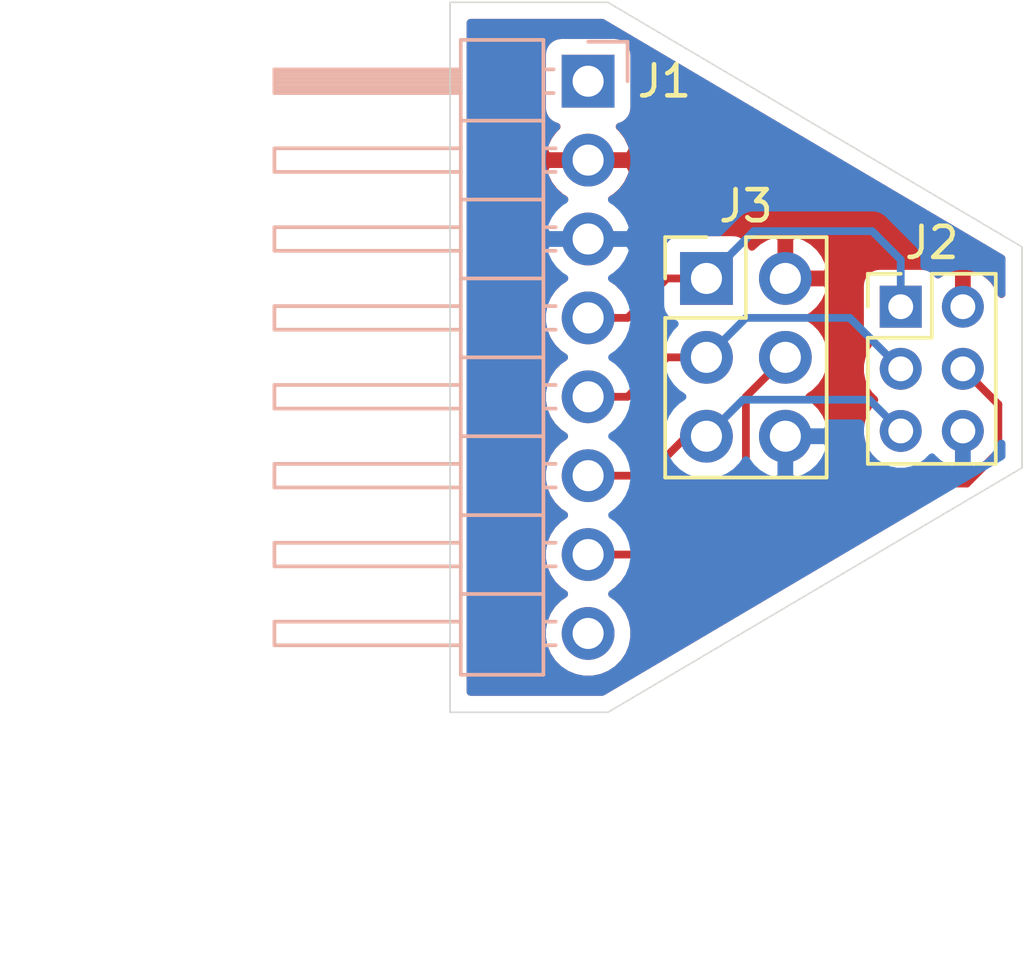
<source format=kicad_pcb>
(kicad_pcb (version 20171130) (host pcbnew "(5.1.6-0-10_14)")

  (general
    (thickness 1.6)
    (drawings 9)
    (tracks 32)
    (zones 0)
    (modules 3)
    (nets 9)
  )

  (page A4)
  (layers
    (0 F.Cu signal)
    (31 B.Cu signal)
    (32 B.Adhes user)
    (33 F.Adhes user)
    (34 B.Paste user)
    (35 F.Paste user)
    (36 B.SilkS user)
    (37 F.SilkS user)
    (38 B.Mask user)
    (39 F.Mask user)
    (40 Dwgs.User user)
    (41 Cmts.User user hide)
    (42 Eco1.User user hide)
    (43 Eco2.User user hide)
    (44 Edge.Cuts user)
    (45 Margin user hide)
    (46 B.CrtYd user hide)
    (47 F.CrtYd user hide)
    (48 B.Fab user hide)
    (49 F.Fab user hide)
  )

  (setup
    (last_trace_width 0.25)
    (trace_clearance 0.2)
    (zone_clearance 0.508)
    (zone_45_only no)
    (trace_min 0.2)
    (via_size 0.8)
    (via_drill 0.4)
    (via_min_size 0.4)
    (via_min_drill 0.3)
    (uvia_size 0.3)
    (uvia_drill 0.1)
    (uvias_allowed no)
    (uvia_min_size 0.2)
    (uvia_min_drill 0.1)
    (edge_width 0.05)
    (segment_width 0.2)
    (pcb_text_width 0.3)
    (pcb_text_size 1.5 1.5)
    (mod_edge_width 0.12)
    (mod_text_size 1 1)
    (mod_text_width 0.15)
    (pad_size 1.524 1.524)
    (pad_drill 0.762)
    (pad_to_mask_clearance 0.051)
    (solder_mask_min_width 0.25)
    (aux_axis_origin 0 0)
    (visible_elements FFFFFF7F)
    (pcbplotparams
      (layerselection 0x010fc_ffffffff)
      (usegerberextensions false)
      (usegerberattributes false)
      (usegerberadvancedattributes false)
      (creategerberjobfile false)
      (excludeedgelayer true)
      (linewidth 0.100000)
      (plotframeref false)
      (viasonmask false)
      (mode 1)
      (useauxorigin false)
      (hpglpennumber 1)
      (hpglpenspeed 20)
      (hpglpendiameter 15.000000)
      (psnegative false)
      (psa4output false)
      (plotreference true)
      (plotvalue true)
      (plotinvisibletext false)
      (padsonsilk false)
      (subtractmaskfromsilk false)
      (outputformat 1)
      (mirror false)
      (drillshape 0)
      (scaleselection 1)
      (outputdirectory "Gerbers/"))
  )

  (net 0 "")
  (net 1 "Net-(J1-Pad8)")
  (net 2 "Net-(J1-Pad7)")
  (net 3 "Net-(J1-Pad6)")
  (net 4 "Net-(J1-Pad5)")
  (net 5 "Net-(J1-Pad4)")
  (net 6 GND)
  (net 7 VCC)
  (net 8 "Net-(J1-Pad1)")

  (net_class Default "This is the default net class."
    (clearance 0.2)
    (trace_width 0.25)
    (via_dia 0.8)
    (via_drill 0.4)
    (uvia_dia 0.3)
    (uvia_drill 0.1)
    (add_net GND)
    (add_net "Net-(J1-Pad1)")
    (add_net "Net-(J1-Pad4)")
    (add_net "Net-(J1-Pad5)")
    (add_net "Net-(J1-Pad6)")
    (add_net "Net-(J1-Pad7)")
    (add_net "Net-(J1-Pad8)")
    (add_net VCC)
  )

  (module Pin_Headers:Pin_Header_Straight_2x03_Pitch2.54mm (layer F.Cu) (tedit 59650532) (tstamp 5EBDAB7F)
    (at 83.82 85.09)
    (descr "Through hole straight pin header, 2x03, 2.54mm pitch, double rows")
    (tags "Through hole pin header THT 2x03 2.54mm double row")
    (path /5EBDC670)
    (fp_text reference J3 (at 1.27 -2.33) (layer F.SilkS)
      (effects (font (size 1 1) (thickness 0.15)))
    )
    (fp_text value AVR-ISP-6 (at 1.27 7.41) (layer F.Fab)
      (effects (font (size 1 1) (thickness 0.15)))
    )
    (fp_line (start 4.35 -1.8) (end -1.8 -1.8) (layer F.CrtYd) (width 0.05))
    (fp_line (start 4.35 6.85) (end 4.35 -1.8) (layer F.CrtYd) (width 0.05))
    (fp_line (start -1.8 6.85) (end 4.35 6.85) (layer F.CrtYd) (width 0.05))
    (fp_line (start -1.8 -1.8) (end -1.8 6.85) (layer F.CrtYd) (width 0.05))
    (fp_line (start -1.33 -1.33) (end 0 -1.33) (layer F.SilkS) (width 0.12))
    (fp_line (start -1.33 0) (end -1.33 -1.33) (layer F.SilkS) (width 0.12))
    (fp_line (start 1.27 -1.33) (end 3.87 -1.33) (layer F.SilkS) (width 0.12))
    (fp_line (start 1.27 1.27) (end 1.27 -1.33) (layer F.SilkS) (width 0.12))
    (fp_line (start -1.33 1.27) (end 1.27 1.27) (layer F.SilkS) (width 0.12))
    (fp_line (start 3.87 -1.33) (end 3.87 6.41) (layer F.SilkS) (width 0.12))
    (fp_line (start -1.33 1.27) (end -1.33 6.41) (layer F.SilkS) (width 0.12))
    (fp_line (start -1.33 6.41) (end 3.87 6.41) (layer F.SilkS) (width 0.12))
    (fp_line (start -1.27 0) (end 0 -1.27) (layer F.Fab) (width 0.1))
    (fp_line (start -1.27 6.35) (end -1.27 0) (layer F.Fab) (width 0.1))
    (fp_line (start 3.81 6.35) (end -1.27 6.35) (layer F.Fab) (width 0.1))
    (fp_line (start 3.81 -1.27) (end 3.81 6.35) (layer F.Fab) (width 0.1))
    (fp_line (start 0 -1.27) (end 3.81 -1.27) (layer F.Fab) (width 0.1))
    (fp_text user %R (at 1.27 2.54 90) (layer F.Fab)
      (effects (font (size 1 1) (thickness 0.15)))
    )
    (pad 1 thru_hole rect (at 0 0) (size 1.7 1.7) (drill 1) (layers *.Cu *.Mask)
      (net 5 "Net-(J1-Pad4)"))
    (pad 2 thru_hole oval (at 2.54 0) (size 1.7 1.7) (drill 1) (layers *.Cu *.Mask)
      (net 7 VCC))
    (pad 3 thru_hole oval (at 0 2.54) (size 1.7 1.7) (drill 1) (layers *.Cu *.Mask)
      (net 4 "Net-(J1-Pad5)"))
    (pad 4 thru_hole oval (at 2.54 2.54) (size 1.7 1.7) (drill 1) (layers *.Cu *.Mask)
      (net 2 "Net-(J1-Pad7)"))
    (pad 5 thru_hole oval (at 0 5.08) (size 1.7 1.7) (drill 1) (layers *.Cu *.Mask)
      (net 3 "Net-(J1-Pad6)"))
    (pad 6 thru_hole oval (at 2.54 5.08) (size 1.7 1.7) (drill 1) (layers *.Cu *.Mask)
      (net 6 GND))
    (model ${KISYS3DMOD}/Pin_Headers.3dshapes/Pin_Header_Straight_2x03_Pitch2.54mm.wrl
      (at (xyz 0 0 0))
      (scale (xyz 1 1 1))
      (rotate (xyz 0 0 0))
    )
  )

  (module Pin_Headers:Pin_Header_Straight_2x03_Pitch2.00mm (layer F.Cu) (tedit 59650534) (tstamp 5EE2804A)
    (at 90.075 86)
    (descr "Through hole straight pin header, 2x03, 2.00mm pitch, double rows")
    (tags "Through hole pin header THT 2x03 2.00mm double row")
    (path /5EBDAA9D)
    (fp_text reference J2 (at 1 -2.06) (layer F.SilkS)
      (effects (font (size 1 1) (thickness 0.15)))
    )
    (fp_text value AVR-ISP-6 (at 1 6.06) (layer F.Fab)
      (effects (font (size 1 1) (thickness 0.15)))
    )
    (fp_line (start 3.5 -1.5) (end -1.5 -1.5) (layer F.CrtYd) (width 0.05))
    (fp_line (start 3.5 5.5) (end 3.5 -1.5) (layer F.CrtYd) (width 0.05))
    (fp_line (start -1.5 5.5) (end 3.5 5.5) (layer F.CrtYd) (width 0.05))
    (fp_line (start -1.5 -1.5) (end -1.5 5.5) (layer F.CrtYd) (width 0.05))
    (fp_line (start -1.06 -1.06) (end 0 -1.06) (layer F.SilkS) (width 0.12))
    (fp_line (start -1.06 0) (end -1.06 -1.06) (layer F.SilkS) (width 0.12))
    (fp_line (start 1 -1.06) (end 3.06 -1.06) (layer F.SilkS) (width 0.12))
    (fp_line (start 1 1) (end 1 -1.06) (layer F.SilkS) (width 0.12))
    (fp_line (start -1.06 1) (end 1 1) (layer F.SilkS) (width 0.12))
    (fp_line (start 3.06 -1.06) (end 3.06 5.06) (layer F.SilkS) (width 0.12))
    (fp_line (start -1.06 1) (end -1.06 5.06) (layer F.SilkS) (width 0.12))
    (fp_line (start -1.06 5.06) (end 3.06 5.06) (layer F.SilkS) (width 0.12))
    (fp_line (start -1 0) (end 0 -1) (layer F.Fab) (width 0.1))
    (fp_line (start -1 5) (end -1 0) (layer F.Fab) (width 0.1))
    (fp_line (start 3 5) (end -1 5) (layer F.Fab) (width 0.1))
    (fp_line (start 3 -1) (end 3 5) (layer F.Fab) (width 0.1))
    (fp_line (start 0 -1) (end 3 -1) (layer F.Fab) (width 0.1))
    (fp_text user %R (at 1 2 90) (layer F.Fab)
      (effects (font (size 1 1) (thickness 0.15)))
    )
    (pad 1 thru_hole rect (at 0 0) (size 1.35 1.35) (drill 0.8) (layers *.Cu *.Mask)
      (net 5 "Net-(J1-Pad4)"))
    (pad 2 thru_hole oval (at 2 0) (size 1.35 1.35) (drill 0.8) (layers *.Cu *.Mask)
      (net 7 VCC))
    (pad 3 thru_hole oval (at 0 2) (size 1.35 1.35) (drill 0.8) (layers *.Cu *.Mask)
      (net 4 "Net-(J1-Pad5)"))
    (pad 4 thru_hole oval (at 2 2) (size 1.35 1.35) (drill 0.8) (layers *.Cu *.Mask)
      (net 2 "Net-(J1-Pad7)"))
    (pad 5 thru_hole oval (at 0 4) (size 1.35 1.35) (drill 0.8) (layers *.Cu *.Mask)
      (net 3 "Net-(J1-Pad6)"))
    (pad 6 thru_hole oval (at 2 4) (size 1.35 1.35) (drill 0.8) (layers *.Cu *.Mask)
      (net 6 GND))
    (model ${KISYS3DMOD}/Pin_Headers.3dshapes/Pin_Header_Straight_2x03_Pitch2.00mm.wrl
      (at (xyz 0 0 0))
      (scale (xyz 1 1 1))
      (rotate (xyz 0 0 0))
    )
  )

  (module Pin_Headers:Pin_Header_Angled_1x08_Pitch2.54mm (layer B.Cu) (tedit 59650532) (tstamp 5EE26EFC)
    (at 80.01 78.74 180)
    (descr "Through hole angled pin header, 1x08, 2.54mm pitch, 6mm pin length, single row")
    (tags "Through hole angled pin header THT 1x08 2.54mm single row")
    (path /5EBE0BA3)
    (fp_text reference J1 (at -2.455 0) (layer F.SilkS)
      (effects (font (size 1 1) (thickness 0.15)))
    )
    (fp_text value Conn_01x08_Male (at 4.385 -20.05) (layer B.Fab)
      (effects (font (size 1 1) (thickness 0.15)) (justify mirror))
    )
    (fp_line (start 10.55 1.8) (end -1.8 1.8) (layer B.CrtYd) (width 0.05))
    (fp_line (start 10.55 -19.55) (end 10.55 1.8) (layer B.CrtYd) (width 0.05))
    (fp_line (start -1.8 -19.55) (end 10.55 -19.55) (layer B.CrtYd) (width 0.05))
    (fp_line (start -1.8 1.8) (end -1.8 -19.55) (layer B.CrtYd) (width 0.05))
    (fp_line (start -1.27 1.27) (end 0 1.27) (layer B.SilkS) (width 0.12))
    (fp_line (start -1.27 0) (end -1.27 1.27) (layer B.SilkS) (width 0.12))
    (fp_line (start 1.042929 -18.16) (end 1.44 -18.16) (layer B.SilkS) (width 0.12))
    (fp_line (start 1.042929 -17.4) (end 1.44 -17.4) (layer B.SilkS) (width 0.12))
    (fp_line (start 10.1 -18.16) (end 4.1 -18.16) (layer B.SilkS) (width 0.12))
    (fp_line (start 10.1 -17.4) (end 10.1 -18.16) (layer B.SilkS) (width 0.12))
    (fp_line (start 4.1 -17.4) (end 10.1 -17.4) (layer B.SilkS) (width 0.12))
    (fp_line (start 1.44 -16.51) (end 4.1 -16.51) (layer B.SilkS) (width 0.12))
    (fp_line (start 1.042929 -15.62) (end 1.44 -15.62) (layer B.SilkS) (width 0.12))
    (fp_line (start 1.042929 -14.86) (end 1.44 -14.86) (layer B.SilkS) (width 0.12))
    (fp_line (start 10.1 -15.62) (end 4.1 -15.62) (layer B.SilkS) (width 0.12))
    (fp_line (start 10.1 -14.86) (end 10.1 -15.62) (layer B.SilkS) (width 0.12))
    (fp_line (start 4.1 -14.86) (end 10.1 -14.86) (layer B.SilkS) (width 0.12))
    (fp_line (start 1.44 -13.97) (end 4.1 -13.97) (layer B.SilkS) (width 0.12))
    (fp_line (start 1.042929 -13.08) (end 1.44 -13.08) (layer B.SilkS) (width 0.12))
    (fp_line (start 1.042929 -12.32) (end 1.44 -12.32) (layer B.SilkS) (width 0.12))
    (fp_line (start 10.1 -13.08) (end 4.1 -13.08) (layer B.SilkS) (width 0.12))
    (fp_line (start 10.1 -12.32) (end 10.1 -13.08) (layer B.SilkS) (width 0.12))
    (fp_line (start 4.1 -12.32) (end 10.1 -12.32) (layer B.SilkS) (width 0.12))
    (fp_line (start 1.44 -11.43) (end 4.1 -11.43) (layer B.SilkS) (width 0.12))
    (fp_line (start 1.042929 -10.54) (end 1.44 -10.54) (layer B.SilkS) (width 0.12))
    (fp_line (start 1.042929 -9.78) (end 1.44 -9.78) (layer B.SilkS) (width 0.12))
    (fp_line (start 10.1 -10.54) (end 4.1 -10.54) (layer B.SilkS) (width 0.12))
    (fp_line (start 10.1 -9.78) (end 10.1 -10.54) (layer B.SilkS) (width 0.12))
    (fp_line (start 4.1 -9.78) (end 10.1 -9.78) (layer B.SilkS) (width 0.12))
    (fp_line (start 1.44 -8.89) (end 4.1 -8.89) (layer B.SilkS) (width 0.12))
    (fp_line (start 1.042929 -8) (end 1.44 -8) (layer B.SilkS) (width 0.12))
    (fp_line (start 1.042929 -7.24) (end 1.44 -7.24) (layer B.SilkS) (width 0.12))
    (fp_line (start 10.1 -8) (end 4.1 -8) (layer B.SilkS) (width 0.12))
    (fp_line (start 10.1 -7.24) (end 10.1 -8) (layer B.SilkS) (width 0.12))
    (fp_line (start 4.1 -7.24) (end 10.1 -7.24) (layer B.SilkS) (width 0.12))
    (fp_line (start 1.44 -6.35) (end 4.1 -6.35) (layer B.SilkS) (width 0.12))
    (fp_line (start 1.042929 -5.46) (end 1.44 -5.46) (layer B.SilkS) (width 0.12))
    (fp_line (start 1.042929 -4.7) (end 1.44 -4.7) (layer B.SilkS) (width 0.12))
    (fp_line (start 10.1 -5.46) (end 4.1 -5.46) (layer B.SilkS) (width 0.12))
    (fp_line (start 10.1 -4.7) (end 10.1 -5.46) (layer B.SilkS) (width 0.12))
    (fp_line (start 4.1 -4.7) (end 10.1 -4.7) (layer B.SilkS) (width 0.12))
    (fp_line (start 1.44 -3.81) (end 4.1 -3.81) (layer B.SilkS) (width 0.12))
    (fp_line (start 1.042929 -2.92) (end 1.44 -2.92) (layer B.SilkS) (width 0.12))
    (fp_line (start 1.042929 -2.16) (end 1.44 -2.16) (layer B.SilkS) (width 0.12))
    (fp_line (start 10.1 -2.92) (end 4.1 -2.92) (layer B.SilkS) (width 0.12))
    (fp_line (start 10.1 -2.16) (end 10.1 -2.92) (layer B.SilkS) (width 0.12))
    (fp_line (start 4.1 -2.16) (end 10.1 -2.16) (layer B.SilkS) (width 0.12))
    (fp_line (start 1.44 -1.27) (end 4.1 -1.27) (layer B.SilkS) (width 0.12))
    (fp_line (start 1.11 -0.38) (end 1.44 -0.38) (layer B.SilkS) (width 0.12))
    (fp_line (start 1.11 0.38) (end 1.44 0.38) (layer B.SilkS) (width 0.12))
    (fp_line (start 4.1 -0.28) (end 10.1 -0.28) (layer B.SilkS) (width 0.12))
    (fp_line (start 4.1 -0.16) (end 10.1 -0.16) (layer B.SilkS) (width 0.12))
    (fp_line (start 4.1 -0.04) (end 10.1 -0.04) (layer B.SilkS) (width 0.12))
    (fp_line (start 4.1 0.08) (end 10.1 0.08) (layer B.SilkS) (width 0.12))
    (fp_line (start 4.1 0.2) (end 10.1 0.2) (layer B.SilkS) (width 0.12))
    (fp_line (start 4.1 0.32) (end 10.1 0.32) (layer B.SilkS) (width 0.12))
    (fp_line (start 10.1 -0.38) (end 4.1 -0.38) (layer B.SilkS) (width 0.12))
    (fp_line (start 10.1 0.38) (end 10.1 -0.38) (layer B.SilkS) (width 0.12))
    (fp_line (start 4.1 0.38) (end 10.1 0.38) (layer B.SilkS) (width 0.12))
    (fp_line (start 4.1 1.33) (end 1.44 1.33) (layer B.SilkS) (width 0.12))
    (fp_line (start 4.1 -19.11) (end 4.1 1.33) (layer B.SilkS) (width 0.12))
    (fp_line (start 1.44 -19.11) (end 4.1 -19.11) (layer B.SilkS) (width 0.12))
    (fp_line (start 1.44 1.33) (end 1.44 -19.11) (layer B.SilkS) (width 0.12))
    (fp_line (start 4.04 -18.1) (end 10.04 -18.1) (layer B.Fab) (width 0.1))
    (fp_line (start 10.04 -17.46) (end 10.04 -18.1) (layer B.Fab) (width 0.1))
    (fp_line (start 4.04 -17.46) (end 10.04 -17.46) (layer B.Fab) (width 0.1))
    (fp_line (start -0.32 -18.1) (end 1.5 -18.1) (layer B.Fab) (width 0.1))
    (fp_line (start -0.32 -17.46) (end -0.32 -18.1) (layer B.Fab) (width 0.1))
    (fp_line (start -0.32 -17.46) (end 1.5 -17.46) (layer B.Fab) (width 0.1))
    (fp_line (start 4.04 -15.56) (end 10.04 -15.56) (layer B.Fab) (width 0.1))
    (fp_line (start 10.04 -14.92) (end 10.04 -15.56) (layer B.Fab) (width 0.1))
    (fp_line (start 4.04 -14.92) (end 10.04 -14.92) (layer B.Fab) (width 0.1))
    (fp_line (start -0.32 -15.56) (end 1.5 -15.56) (layer B.Fab) (width 0.1))
    (fp_line (start -0.32 -14.92) (end -0.32 -15.56) (layer B.Fab) (width 0.1))
    (fp_line (start -0.32 -14.92) (end 1.5 -14.92) (layer B.Fab) (width 0.1))
    (fp_line (start 4.04 -13.02) (end 10.04 -13.02) (layer B.Fab) (width 0.1))
    (fp_line (start 10.04 -12.38) (end 10.04 -13.02) (layer B.Fab) (width 0.1))
    (fp_line (start 4.04 -12.38) (end 10.04 -12.38) (layer B.Fab) (width 0.1))
    (fp_line (start -0.32 -13.02) (end 1.5 -13.02) (layer B.Fab) (width 0.1))
    (fp_line (start -0.32 -12.38) (end -0.32 -13.02) (layer B.Fab) (width 0.1))
    (fp_line (start -0.32 -12.38) (end 1.5 -12.38) (layer B.Fab) (width 0.1))
    (fp_line (start 4.04 -10.48) (end 10.04 -10.48) (layer B.Fab) (width 0.1))
    (fp_line (start 10.04 -9.84) (end 10.04 -10.48) (layer B.Fab) (width 0.1))
    (fp_line (start 4.04 -9.84) (end 10.04 -9.84) (layer B.Fab) (width 0.1))
    (fp_line (start -0.32 -10.48) (end 1.5 -10.48) (layer B.Fab) (width 0.1))
    (fp_line (start -0.32 -9.84) (end -0.32 -10.48) (layer B.Fab) (width 0.1))
    (fp_line (start -0.32 -9.84) (end 1.5 -9.84) (layer B.Fab) (width 0.1))
    (fp_line (start 4.04 -7.94) (end 10.04 -7.94) (layer B.Fab) (width 0.1))
    (fp_line (start 10.04 -7.3) (end 10.04 -7.94) (layer B.Fab) (width 0.1))
    (fp_line (start 4.04 -7.3) (end 10.04 -7.3) (layer B.Fab) (width 0.1))
    (fp_line (start -0.32 -7.94) (end 1.5 -7.94) (layer B.Fab) (width 0.1))
    (fp_line (start -0.32 -7.3) (end -0.32 -7.94) (layer B.Fab) (width 0.1))
    (fp_line (start -0.32 -7.3) (end 1.5 -7.3) (layer B.Fab) (width 0.1))
    (fp_line (start 4.04 -5.4) (end 10.04 -5.4) (layer B.Fab) (width 0.1))
    (fp_line (start 10.04 -4.76) (end 10.04 -5.4) (layer B.Fab) (width 0.1))
    (fp_line (start 4.04 -4.76) (end 10.04 -4.76) (layer B.Fab) (width 0.1))
    (fp_line (start -0.32 -5.4) (end 1.5 -5.4) (layer B.Fab) (width 0.1))
    (fp_line (start -0.32 -4.76) (end -0.32 -5.4) (layer B.Fab) (width 0.1))
    (fp_line (start -0.32 -4.76) (end 1.5 -4.76) (layer B.Fab) (width 0.1))
    (fp_line (start 4.04 -2.86) (end 10.04 -2.86) (layer B.Fab) (width 0.1))
    (fp_line (start 10.04 -2.22) (end 10.04 -2.86) (layer B.Fab) (width 0.1))
    (fp_line (start 4.04 -2.22) (end 10.04 -2.22) (layer B.Fab) (width 0.1))
    (fp_line (start -0.32 -2.86) (end 1.5 -2.86) (layer B.Fab) (width 0.1))
    (fp_line (start -0.32 -2.22) (end -0.32 -2.86) (layer B.Fab) (width 0.1))
    (fp_line (start -0.32 -2.22) (end 1.5 -2.22) (layer B.Fab) (width 0.1))
    (fp_line (start 4.04 -0.32) (end 10.04 -0.32) (layer B.Fab) (width 0.1))
    (fp_line (start 10.04 0.32) (end 10.04 -0.32) (layer B.Fab) (width 0.1))
    (fp_line (start 4.04 0.32) (end 10.04 0.32) (layer B.Fab) (width 0.1))
    (fp_line (start -0.32 -0.32) (end 1.5 -0.32) (layer B.Fab) (width 0.1))
    (fp_line (start -0.32 0.32) (end -0.32 -0.32) (layer B.Fab) (width 0.1))
    (fp_line (start -0.32 0.32) (end 1.5 0.32) (layer B.Fab) (width 0.1))
    (fp_line (start 1.5 0.635) (end 2.135 1.27) (layer B.Fab) (width 0.1))
    (fp_line (start 1.5 -19.05) (end 1.5 0.635) (layer B.Fab) (width 0.1))
    (fp_line (start 4.04 -19.05) (end 1.5 -19.05) (layer B.Fab) (width 0.1))
    (fp_line (start 4.04 1.27) (end 4.04 -19.05) (layer B.Fab) (width 0.1))
    (fp_line (start 2.135 1.27) (end 4.04 1.27) (layer B.Fab) (width 0.1))
    (fp_text user %R (at 2.77 -8.89 -90) (layer B.Fab)
      (effects (font (size 1 1) (thickness 0.15)) (justify mirror))
    )
    (pad 1 thru_hole rect (at 0 0 180) (size 1.7 1.7) (drill 1) (layers *.Cu *.Mask)
      (net 8 "Net-(J1-Pad1)"))
    (pad 2 thru_hole oval (at 0 -2.54 180) (size 1.7 1.7) (drill 1) (layers *.Cu *.Mask)
      (net 7 VCC))
    (pad 3 thru_hole oval (at 0 -5.08 180) (size 1.7 1.7) (drill 1) (layers *.Cu *.Mask)
      (net 6 GND))
    (pad 4 thru_hole oval (at 0 -7.62 180) (size 1.7 1.7) (drill 1) (layers *.Cu *.Mask)
      (net 5 "Net-(J1-Pad4)"))
    (pad 5 thru_hole oval (at 0 -10.16 180) (size 1.7 1.7) (drill 1) (layers *.Cu *.Mask)
      (net 4 "Net-(J1-Pad5)"))
    (pad 6 thru_hole oval (at 0 -12.7 180) (size 1.7 1.7) (drill 1) (layers *.Cu *.Mask)
      (net 3 "Net-(J1-Pad6)"))
    (pad 7 thru_hole oval (at 0 -15.24 180) (size 1.7 1.7) (drill 1) (layers *.Cu *.Mask)
      (net 2 "Net-(J1-Pad7)"))
    (pad 8 thru_hole oval (at 0 -17.78 180) (size 1.7 1.7) (drill 1) (layers *.Cu *.Mask)
      (net 1 "Net-(J1-Pad8)"))
    (model ${KISYS3DMOD}/Pin_Headers.3dshapes/Pin_Header_Angled_1x08_Pitch2.54mm.wrl
      (at (xyz 0 0 0))
      (scale (xyz 1 1 1))
      (rotate (xyz 0 0 0))
    )
  )

  (dimension 22.86 (width 0.15) (layer Dwgs.User)
    (gr_text "22.860 mm" (at 64.74 87.63 270) (layer Dwgs.User)
      (effects (font (size 1 1) (thickness 0.15)))
    )
    (feature1 (pts (xy 72.39 99.06) (xy 65.453579 99.06)))
    (feature2 (pts (xy 72.39 76.2) (xy 65.453579 76.2)))
    (crossbar (pts (xy 66.04 76.2) (xy 66.04 99.06)))
    (arrow1a (pts (xy 66.04 99.06) (xy 65.453579 97.933496)))
    (arrow1b (pts (xy 66.04 99.06) (xy 66.626421 97.933496)))
    (arrow2a (pts (xy 66.04 76.2) (xy 65.453579 77.326504)))
    (arrow2b (pts (xy 66.04 76.2) (xy 66.626421 77.326504)))
  )
  (dimension 5.08 (width 0.15) (layer Dwgs.User)
    (gr_text "5.080 mm" (at 78.105 107.98) (layer Dwgs.User)
      (effects (font (size 1 1) (thickness 0.15)))
    )
    (feature1 (pts (xy 75.565 99.06) (xy 75.565 107.266421)))
    (feature2 (pts (xy 80.645 99.06) (xy 80.645 107.266421)))
    (crossbar (pts (xy 80.645 106.68) (xy 75.565 106.68)))
    (arrow1a (pts (xy 75.565 106.68) (xy 76.691504 106.093579)))
    (arrow1b (pts (xy 75.565 106.68) (xy 76.691504 107.266421)))
    (arrow2a (pts (xy 80.645 106.68) (xy 79.518496 106.093579)))
    (arrow2b (pts (xy 80.645 106.68) (xy 79.518496 107.266421)))
  )
  (dimension 18.416752 (width 0.15) (layer Dwgs.User)
    (gr_text "18.417 mm" (at 84.588173 104.930728 -0.7902365024) (layer Dwgs.User)
      (effects (font (size 1 1) (thickness 0.15)))
    )
    (feature1 (pts (xy 75.565 91.44) (xy 75.390514 104.090217)))
    (feature2 (pts (xy 93.98 91.694) (xy 93.805514 104.344217)))
    (crossbar (pts (xy 93.813602 103.757852) (xy 75.398602 103.503852)))
    (arrow1a (pts (xy 75.398602 103.503852) (xy 76.533086 102.933024)))
    (arrow1b (pts (xy 75.398602 103.503852) (xy 76.516911 104.105753)))
    (arrow2a (pts (xy 93.813602 103.757852) (xy 92.695293 103.155951)))
    (arrow2b (pts (xy 93.813602 103.757852) (xy 92.679118 104.32868)))
  )
  (gr_line (start 93.98 91.186) (end 93.98 84.074) (layer Edge.Cuts) (width 0.05) (tstamp 5EE262BA))
  (gr_line (start 80.645 99.06) (end 93.98 91.186) (layer Edge.Cuts) (width 0.05))
  (gr_line (start 75.565 99.06) (end 80.645 99.06) (layer Edge.Cuts) (width 0.05))
  (gr_line (start 75.565 76.2) (end 80.645 76.2) (layer Edge.Cuts) (width 0.05) (tstamp 5EE262B9))
  (gr_line (start 75.565 99.06) (end 75.565 76.2) (layer Edge.Cuts) (width 0.05) (tstamp 5EBDBEF5))
  (gr_line (start 80.645 76.2) (end 93.98 84.074) (layer Edge.Cuts) (width 0.05))

  (segment (start 80.01 93.98) (end 83.82 93.98) (width 0.25) (layer F.Cu) (net 2))
  (segment (start 83.82 93.98) (end 85.09 92.71) (width 0.25) (layer F.Cu) (net 2))
  (segment (start 85.09 88.9) (end 86.36 87.63) (width 0.25) (layer F.Cu) (net 2))
  (segment (start 85.344 91.694) (end 85.09 91.44) (width 0.25) (layer F.Cu) (net 2))
  (segment (start 85.09 91.44) (end 85.09 88.9) (width 0.25) (layer F.Cu) (net 2))
  (segment (start 85.09 91.948) (end 85.344 91.694) (width 0.25) (layer F.Cu) (net 2))
  (segment (start 85.09 92.456) (end 85.09 91.948) (width 0.25) (layer F.Cu) (net 2))
  (segment (start 85.09 92.71) (end 85.09 92.456) (width 0.25) (layer F.Cu) (net 2))
  (segment (start 85.09 92.456) (end 85.09 91.44) (width 0.25) (layer F.Cu) (net 2))
  (segment (start 93.218 89.143) (end 92.075 88) (width 0.25) (layer F.Cu) (net 2))
  (segment (start 93.218 90.678) (end 93.218 89.143) (width 0.25) (layer F.Cu) (net 2))
  (segment (start 92.202 91.694) (end 93.218 90.678) (width 0.25) (layer F.Cu) (net 2))
  (segment (start 85.344 91.694) (end 92.202 91.694) (width 0.25) (layer F.Cu) (net 2))
  (segment (start 80.01 91.44) (end 81.915 91.44) (width 0.25) (layer F.Cu) (net 3))
  (segment (start 81.915 91.44) (end 83.185 90.17) (width 0.25) (layer F.Cu) (net 3))
  (segment (start 83.185 90.17) (end 83.82 90.17) (width 0.25) (layer F.Cu) (net 3))
  (segment (start 89.069999 88.994999) (end 84.995001 88.994999) (width 0.25) (layer B.Cu) (net 3))
  (segment (start 84.995001 88.994999) (end 83.82 90.17) (width 0.25) (layer B.Cu) (net 3))
  (segment (start 90.075 90) (end 89.069999 88.994999) (width 0.25) (layer B.Cu) (net 3))
  (segment (start 82.55 87.63) (end 83.82 87.63) (width 0.25) (layer F.Cu) (net 4))
  (segment (start 81.28 88.9) (end 82.55 87.63) (width 0.25) (layer F.Cu) (net 4))
  (segment (start 80.01 88.9) (end 81.28 88.9) (width 0.25) (layer F.Cu) (net 4))
  (segment (start 90.075 88) (end 88.435 86.36) (width 0.25) (layer B.Cu) (net 4))
  (segment (start 85.09 86.36) (end 83.82 87.63) (width 0.25) (layer B.Cu) (net 4))
  (segment (start 88.435 86.36) (end 85.09 86.36) (width 0.25) (layer B.Cu) (net 4))
  (segment (start 80.01 86.36) (end 81.28 86.36) (width 0.25) (layer F.Cu) (net 5))
  (segment (start 82.55 85.09) (end 83.82 85.09) (width 0.25) (layer F.Cu) (net 5))
  (segment (start 81.28 86.36) (end 82.55 85.09) (width 0.25) (layer F.Cu) (net 5))
  (segment (start 90.075 84.487) (end 90.075 86) (width 0.25) (layer B.Cu) (net 5))
  (segment (start 89.154 83.566) (end 90.075 84.487) (width 0.25) (layer B.Cu) (net 5))
  (segment (start 85.344 83.566) (end 89.154 83.566) (width 0.25) (layer B.Cu) (net 5))
  (segment (start 83.82 85.09) (end 85.344 83.566) (width 0.25) (layer B.Cu) (net 5))

  (zone (net 7) (net_name VCC) (layer F.Cu) (tstamp 5EE28087) (hatch edge 0.508)
    (connect_pads (clearance 0.508))
    (min_thickness 0.254)
    (fill yes (arc_segments 32) (thermal_gap 0.508) (thermal_bridge_width 0.508))
    (polygon
      (pts
        (xy 93.98 91.186) (xy 80.645 99.06) (xy 75.565 99.06) (xy 75.565 76.2) (xy 80.645 76.2)
        (xy 93.98 84.074)
      )
    )
    (filled_polygon
      (pts
        (xy 93.320001 84.450757) (xy 93.320001 85.595067) (xy 93.312238 85.569472) (xy 93.204473 85.336371) (xy 93.053303 85.128773)
        (xy 92.864537 84.954656) (xy 92.64543 84.820711) (xy 92.404401 84.732085) (xy 92.202 84.854915) (xy 92.202 85.873)
        (xy 92.222 85.873) (xy 92.222 86.127) (xy 92.202 86.127) (xy 92.202 86.147) (xy 91.948 86.147)
        (xy 91.948 86.127) (xy 91.928 86.127) (xy 91.928 85.873) (xy 91.948 85.873) (xy 91.948 84.854915)
        (xy 91.745599 84.732085) (xy 91.50457 84.820711) (xy 91.285463 84.954656) (xy 91.275256 84.964071) (xy 91.201185 84.873815)
        (xy 91.104494 84.794463) (xy 90.99418 84.735498) (xy 90.874482 84.699188) (xy 90.75 84.686928) (xy 89.4 84.686928)
        (xy 89.275518 84.699188) (xy 89.15582 84.735498) (xy 89.045506 84.794463) (xy 88.948815 84.873815) (xy 88.869463 84.970506)
        (xy 88.810498 85.08082) (xy 88.774188 85.200518) (xy 88.761928 85.325) (xy 88.761928 86.675) (xy 88.774188 86.799482)
        (xy 88.810498 86.91918) (xy 88.869463 87.029494) (xy 88.948815 87.126185) (xy 89.035697 87.197487) (xy 88.914093 87.379482)
        (xy 88.815342 87.617887) (xy 88.765 87.870976) (xy 88.765 88.129024) (xy 88.815342 88.382113) (xy 88.914093 88.620518)
        (xy 89.057456 88.835077) (xy 89.222379 89) (xy 89.057456 89.164923) (xy 88.914093 89.379482) (xy 88.815342 89.617887)
        (xy 88.765 89.870976) (xy 88.765 90.129024) (xy 88.815342 90.382113) (xy 88.914093 90.620518) (xy 89.057456 90.835077)
        (xy 89.156379 90.934) (xy 87.635506 90.934) (xy 87.67599 90.873411) (xy 87.787932 90.603158) (xy 87.845 90.31626)
        (xy 87.845 90.02374) (xy 87.787932 89.736842) (xy 87.67599 89.466589) (xy 87.513475 89.223368) (xy 87.306632 89.016525)
        (xy 87.13224 88.9) (xy 87.306632 88.783475) (xy 87.513475 88.576632) (xy 87.67599 88.333411) (xy 87.787932 88.063158)
        (xy 87.845 87.77626) (xy 87.845 87.48374) (xy 87.787932 87.196842) (xy 87.67599 86.926589) (xy 87.513475 86.683368)
        (xy 87.306632 86.476525) (xy 87.124466 86.354805) (xy 87.241355 86.285178) (xy 87.457588 86.090269) (xy 87.631641 85.85692)
        (xy 87.756825 85.594099) (xy 87.801476 85.44689) (xy 87.680155 85.217) (xy 86.487 85.217) (xy 86.487 85.237)
        (xy 86.233 85.237) (xy 86.233 85.217) (xy 86.213 85.217) (xy 86.213 84.963) (xy 86.233 84.963)
        (xy 86.233 83.769186) (xy 86.487 83.769186) (xy 86.487 84.963) (xy 87.680155 84.963) (xy 87.801476 84.73311)
        (xy 87.756825 84.585901) (xy 87.631641 84.32308) (xy 87.457588 84.089731) (xy 87.241355 83.894822) (xy 86.991252 83.745843)
        (xy 86.716891 83.648519) (xy 86.487 83.769186) (xy 86.233 83.769186) (xy 86.003109 83.648519) (xy 85.728748 83.745843)
        (xy 85.478645 83.894822) (xy 85.282498 84.071626) (xy 85.259502 83.99582) (xy 85.200537 83.885506) (xy 85.121185 83.788815)
        (xy 85.024494 83.709463) (xy 84.91418 83.650498) (xy 84.794482 83.614188) (xy 84.67 83.601928) (xy 82.97 83.601928)
        (xy 82.845518 83.614188) (xy 82.72582 83.650498) (xy 82.615506 83.709463) (xy 82.518815 83.788815) (xy 82.439463 83.885506)
        (xy 82.380498 83.99582) (xy 82.344188 84.115518) (xy 82.331928 84.24) (xy 82.331928 84.361954) (xy 82.257753 84.384454)
        (xy 82.125724 84.455026) (xy 82.009999 84.549999) (xy 81.986201 84.578997) (xy 81.157653 85.407546) (xy 80.956632 85.206525)
        (xy 80.78224 85.09) (xy 80.956632 84.973475) (xy 81.163475 84.766632) (xy 81.32599 84.523411) (xy 81.437932 84.253158)
        (xy 81.495 83.96626) (xy 81.495 83.67374) (xy 81.437932 83.386842) (xy 81.32599 83.116589) (xy 81.163475 82.873368)
        (xy 80.956632 82.666525) (xy 80.774466 82.544805) (xy 80.891355 82.475178) (xy 81.107588 82.280269) (xy 81.281641 82.04692)
        (xy 81.406825 81.784099) (xy 81.451476 81.63689) (xy 81.330155 81.407) (xy 80.137 81.407) (xy 80.137 81.427)
        (xy 79.883 81.427) (xy 79.883 81.407) (xy 78.689845 81.407) (xy 78.568524 81.63689) (xy 78.613175 81.784099)
        (xy 78.738359 82.04692) (xy 78.912412 82.280269) (xy 79.128645 82.475178) (xy 79.245534 82.544805) (xy 79.063368 82.666525)
        (xy 78.856525 82.873368) (xy 78.69401 83.116589) (xy 78.582068 83.386842) (xy 78.525 83.67374) (xy 78.525 83.96626)
        (xy 78.582068 84.253158) (xy 78.69401 84.523411) (xy 78.856525 84.766632) (xy 79.063368 84.973475) (xy 79.23776 85.09)
        (xy 79.063368 85.206525) (xy 78.856525 85.413368) (xy 78.69401 85.656589) (xy 78.582068 85.926842) (xy 78.525 86.21374)
        (xy 78.525 86.50626) (xy 78.582068 86.793158) (xy 78.69401 87.063411) (xy 78.856525 87.306632) (xy 79.063368 87.513475)
        (xy 79.23776 87.63) (xy 79.063368 87.746525) (xy 78.856525 87.953368) (xy 78.69401 88.196589) (xy 78.582068 88.466842)
        (xy 78.525 88.75374) (xy 78.525 89.04626) (xy 78.582068 89.333158) (xy 78.69401 89.603411) (xy 78.856525 89.846632)
        (xy 79.063368 90.053475) (xy 79.23776 90.17) (xy 79.063368 90.286525) (xy 78.856525 90.493368) (xy 78.69401 90.736589)
        (xy 78.582068 91.006842) (xy 78.525 91.29374) (xy 78.525 91.58626) (xy 78.582068 91.873158) (xy 78.69401 92.143411)
        (xy 78.856525 92.386632) (xy 79.063368 92.593475) (xy 79.23776 92.71) (xy 79.063368 92.826525) (xy 78.856525 93.033368)
        (xy 78.69401 93.276589) (xy 78.582068 93.546842) (xy 78.525 93.83374) (xy 78.525 94.12626) (xy 78.582068 94.413158)
        (xy 78.69401 94.683411) (xy 78.856525 94.926632) (xy 79.063368 95.133475) (xy 79.23776 95.25) (xy 79.063368 95.366525)
        (xy 78.856525 95.573368) (xy 78.69401 95.816589) (xy 78.582068 96.086842) (xy 78.525 96.37374) (xy 78.525 96.66626)
        (xy 78.582068 96.953158) (xy 78.69401 97.223411) (xy 78.856525 97.466632) (xy 79.063368 97.673475) (xy 79.306589 97.83599)
        (xy 79.576842 97.947932) (xy 79.86374 98.005) (xy 80.15626 98.005) (xy 80.443158 97.947932) (xy 80.713411 97.83599)
        (xy 80.956632 97.673475) (xy 81.163475 97.466632) (xy 81.32599 97.223411) (xy 81.437932 96.953158) (xy 81.495 96.66626)
        (xy 81.495 96.37374) (xy 81.437932 96.086842) (xy 81.32599 95.816589) (xy 81.163475 95.573368) (xy 80.956632 95.366525)
        (xy 80.78224 95.25) (xy 80.956632 95.133475) (xy 81.163475 94.926632) (xy 81.288178 94.74) (xy 83.782678 94.74)
        (xy 83.82 94.743676) (xy 83.857322 94.74) (xy 83.857333 94.74) (xy 83.968986 94.729003) (xy 84.112247 94.685546)
        (xy 84.244276 94.614974) (xy 84.360001 94.520001) (xy 84.383804 94.490997) (xy 85.601004 93.273798) (xy 85.630001 93.250001)
        (xy 85.724974 93.134276) (xy 85.795546 93.002247) (xy 85.839003 92.858986) (xy 85.85 92.747333) (xy 85.85 92.747324)
        (xy 85.853676 92.710001) (xy 85.85 92.672678) (xy 85.85 92.454) (xy 90.534526 92.454) (xy 80.464689 98.4)
        (xy 76.225 98.4) (xy 76.225 77.89) (xy 78.521928 77.89) (xy 78.521928 79.59) (xy 78.534188 79.714482)
        (xy 78.570498 79.83418) (xy 78.629463 79.944494) (xy 78.708815 80.041185) (xy 78.805506 80.120537) (xy 78.91582 80.179502)
        (xy 78.996466 80.203966) (xy 78.912412 80.279731) (xy 78.738359 80.51308) (xy 78.613175 80.775901) (xy 78.568524 80.92311)
        (xy 78.689845 81.153) (xy 79.883 81.153) (xy 79.883 81.133) (xy 80.137 81.133) (xy 80.137 81.153)
        (xy 81.330155 81.153) (xy 81.451476 80.92311) (xy 81.406825 80.775901) (xy 81.281641 80.51308) (xy 81.107588 80.279731)
        (xy 81.023534 80.203966) (xy 81.10418 80.179502) (xy 81.214494 80.120537) (xy 81.311185 80.041185) (xy 81.390537 79.944494)
        (xy 81.449502 79.83418) (xy 81.485812 79.714482) (xy 81.498072 79.59) (xy 81.498072 77.89) (xy 81.485812 77.765518)
        (xy 81.449502 77.64582) (xy 81.390537 77.535506) (xy 81.311185 77.438815) (xy 81.214494 77.359463) (xy 81.10418 77.300498)
        (xy 80.984482 77.264188) (xy 80.86 77.251928) (xy 79.16 77.251928) (xy 79.035518 77.264188) (xy 78.91582 77.300498)
        (xy 78.805506 77.359463) (xy 78.708815 77.438815) (xy 78.629463 77.535506) (xy 78.570498 77.64582) (xy 78.534188 77.765518)
        (xy 78.521928 77.89) (xy 76.225 77.89) (xy 76.225 76.86) (xy 80.464689 76.86)
      )
    )
  )
  (zone (net 6) (net_name GND) (layer B.Cu) (tstamp 5EBDC37D) (hatch edge 0.508)
    (connect_pads (clearance 0.508))
    (min_thickness 0.254)
    (fill yes (arc_segments 32) (thermal_gap 0.508) (thermal_bridge_width 0.508))
    (polygon
      (pts
        (xy 93.98 91.186) (xy 80.645 99.06) (xy 75.565 99.06) (xy 75.565 76.2) (xy 80.645 76.2)
        (xy 93.98 84.074)
      )
    )
    (filled_polygon
      (pts
        (xy 93.320001 84.450757) (xy 93.320001 85.582502) (xy 93.235907 85.379482) (xy 93.092544 85.164923) (xy 92.910077 84.982456)
        (xy 92.695518 84.839093) (xy 92.457113 84.740342) (xy 92.204024 84.69) (xy 91.945976 84.69) (xy 91.692887 84.740342)
        (xy 91.454482 84.839093) (xy 91.272487 84.960697) (xy 91.201185 84.873815) (xy 91.104494 84.794463) (xy 90.99418 84.735498)
        (xy 90.874482 84.699188) (xy 90.835 84.695299) (xy 90.835 84.524325) (xy 90.838676 84.487) (xy 90.835 84.449675)
        (xy 90.835 84.449667) (xy 90.824003 84.338014) (xy 90.780546 84.194753) (xy 90.709974 84.062724) (xy 90.615001 83.946999)
        (xy 90.586004 83.923202) (xy 89.717803 83.055002) (xy 89.694001 83.025999) (xy 89.578276 82.931026) (xy 89.446247 82.860454)
        (xy 89.302986 82.816997) (xy 89.191333 82.806) (xy 89.191322 82.806) (xy 89.154 82.802324) (xy 89.116678 82.806)
        (xy 85.381322 82.806) (xy 85.343999 82.802324) (xy 85.306676 82.806) (xy 85.306667 82.806) (xy 85.195014 82.816997)
        (xy 85.051753 82.860454) (xy 84.919724 82.931026) (xy 84.919722 82.931027) (xy 84.919723 82.931027) (xy 84.832996 83.002201)
        (xy 84.832992 83.002205) (xy 84.803999 83.025999) (xy 84.780205 83.054992) (xy 84.23327 83.601928) (xy 82.97 83.601928)
        (xy 82.845518 83.614188) (xy 82.72582 83.650498) (xy 82.615506 83.709463) (xy 82.518815 83.788815) (xy 82.439463 83.885506)
        (xy 82.380498 83.99582) (xy 82.344188 84.115518) (xy 82.331928 84.24) (xy 82.331928 85.94) (xy 82.344188 86.064482)
        (xy 82.380498 86.18418) (xy 82.439463 86.294494) (xy 82.518815 86.391185) (xy 82.615506 86.470537) (xy 82.72582 86.529502)
        (xy 82.79838 86.551513) (xy 82.666525 86.683368) (xy 82.50401 86.926589) (xy 82.392068 87.196842) (xy 82.335 87.48374)
        (xy 82.335 87.77626) (xy 82.392068 88.063158) (xy 82.50401 88.333411) (xy 82.666525 88.576632) (xy 82.873368 88.783475)
        (xy 83.04776 88.9) (xy 82.873368 89.016525) (xy 82.666525 89.223368) (xy 82.50401 89.466589) (xy 82.392068 89.736842)
        (xy 82.335 90.02374) (xy 82.335 90.31626) (xy 82.392068 90.603158) (xy 82.50401 90.873411) (xy 82.666525 91.116632)
        (xy 82.873368 91.323475) (xy 83.116589 91.48599) (xy 83.386842 91.597932) (xy 83.67374 91.655) (xy 83.96626 91.655)
        (xy 84.253158 91.597932) (xy 84.523411 91.48599) (xy 84.766632 91.323475) (xy 84.973475 91.116632) (xy 85.0911 90.940594)
        (xy 85.262412 91.170269) (xy 85.478645 91.365178) (xy 85.728748 91.514157) (xy 86.003109 91.611481) (xy 86.233 91.490814)
        (xy 86.233 90.297) (xy 86.487 90.297) (xy 86.487 91.490814) (xy 86.716891 91.611481) (xy 86.991252 91.514157)
        (xy 87.241355 91.365178) (xy 87.457588 91.170269) (xy 87.631641 90.93692) (xy 87.756825 90.674099) (xy 87.801476 90.52689)
        (xy 87.680155 90.297) (xy 86.487 90.297) (xy 86.233 90.297) (xy 86.213 90.297) (xy 86.213 90.043)
        (xy 86.233 90.043) (xy 86.233 90.023) (xy 86.487 90.023) (xy 86.487 90.043) (xy 87.680155 90.043)
        (xy 87.801476 89.81311) (xy 87.78385 89.754999) (xy 88.755198 89.754999) (xy 88.782615 89.782417) (xy 88.765 89.870976)
        (xy 88.765 90.129024) (xy 88.815342 90.382113) (xy 88.914093 90.620518) (xy 89.057456 90.835077) (xy 89.239923 91.017544)
        (xy 89.454482 91.160907) (xy 89.692887 91.259658) (xy 89.945976 91.31) (xy 90.204024 91.31) (xy 90.457113 91.259658)
        (xy 90.695518 91.160907) (xy 90.910077 91.017544) (xy 91.079715 90.847906) (xy 91.096697 90.871227) (xy 91.285463 91.045344)
        (xy 91.50457 91.179289) (xy 91.745599 91.267915) (xy 91.948 91.145085) (xy 91.948 90.127) (xy 91.928 90.127)
        (xy 91.928 89.873) (xy 91.948 89.873) (xy 91.948 89.853) (xy 92.202 89.853) (xy 92.202 89.873)
        (xy 92.222 89.873) (xy 92.222 90.127) (xy 92.202 90.127) (xy 92.202 91.145085) (xy 92.404401 91.267915)
        (xy 92.64543 91.179289) (xy 92.864537 91.045344) (xy 93.053303 90.871227) (xy 93.204473 90.663629) (xy 93.312238 90.430528)
        (xy 93.32 90.404936) (xy 93.32 90.809244) (xy 80.464689 98.4) (xy 76.225 98.4) (xy 76.225 86.21374)
        (xy 78.525 86.21374) (xy 78.525 86.50626) (xy 78.582068 86.793158) (xy 78.69401 87.063411) (xy 78.856525 87.306632)
        (xy 79.063368 87.513475) (xy 79.23776 87.63) (xy 79.063368 87.746525) (xy 78.856525 87.953368) (xy 78.69401 88.196589)
        (xy 78.582068 88.466842) (xy 78.525 88.75374) (xy 78.525 89.04626) (xy 78.582068 89.333158) (xy 78.69401 89.603411)
        (xy 78.856525 89.846632) (xy 79.063368 90.053475) (xy 79.23776 90.17) (xy 79.063368 90.286525) (xy 78.856525 90.493368)
        (xy 78.69401 90.736589) (xy 78.582068 91.006842) (xy 78.525 91.29374) (xy 78.525 91.58626) (xy 78.582068 91.873158)
        (xy 78.69401 92.143411) (xy 78.856525 92.386632) (xy 79.063368 92.593475) (xy 79.23776 92.71) (xy 79.063368 92.826525)
        (xy 78.856525 93.033368) (xy 78.69401 93.276589) (xy 78.582068 93.546842) (xy 78.525 93.83374) (xy 78.525 94.12626)
        (xy 78.582068 94.413158) (xy 78.69401 94.683411) (xy 78.856525 94.926632) (xy 79.063368 95.133475) (xy 79.23776 95.25)
        (xy 79.063368 95.366525) (xy 78.856525 95.573368) (xy 78.69401 95.816589) (xy 78.582068 96.086842) (xy 78.525 96.37374)
        (xy 78.525 96.66626) (xy 78.582068 96.953158) (xy 78.69401 97.223411) (xy 78.856525 97.466632) (xy 79.063368 97.673475)
        (xy 79.306589 97.83599) (xy 79.576842 97.947932) (xy 79.86374 98.005) (xy 80.15626 98.005) (xy 80.443158 97.947932)
        (xy 80.713411 97.83599) (xy 80.956632 97.673475) (xy 81.163475 97.466632) (xy 81.32599 97.223411) (xy 81.437932 96.953158)
        (xy 81.495 96.66626) (xy 81.495 96.37374) (xy 81.437932 96.086842) (xy 81.32599 95.816589) (xy 81.163475 95.573368)
        (xy 80.956632 95.366525) (xy 80.78224 95.25) (xy 80.956632 95.133475) (xy 81.163475 94.926632) (xy 81.32599 94.683411)
        (xy 81.437932 94.413158) (xy 81.495 94.12626) (xy 81.495 93.83374) (xy 81.437932 93.546842) (xy 81.32599 93.276589)
        (xy 81.163475 93.033368) (xy 80.956632 92.826525) (xy 80.78224 92.71) (xy 80.956632 92.593475) (xy 81.163475 92.386632)
        (xy 81.32599 92.143411) (xy 81.437932 91.873158) (xy 81.495 91.58626) (xy 81.495 91.29374) (xy 81.437932 91.006842)
        (xy 81.32599 90.736589) (xy 81.163475 90.493368) (xy 80.956632 90.286525) (xy 80.78224 90.17) (xy 80.956632 90.053475)
        (xy 81.163475 89.846632) (xy 81.32599 89.603411) (xy 81.437932 89.333158) (xy 81.495 89.04626) (xy 81.495 88.75374)
        (xy 81.437932 88.466842) (xy 81.32599 88.196589) (xy 81.163475 87.953368) (xy 80.956632 87.746525) (xy 80.78224 87.63)
        (xy 80.956632 87.513475) (xy 81.163475 87.306632) (xy 81.32599 87.063411) (xy 81.437932 86.793158) (xy 81.495 86.50626)
        (xy 81.495 86.21374) (xy 81.437932 85.926842) (xy 81.32599 85.656589) (xy 81.163475 85.413368) (xy 80.956632 85.206525)
        (xy 80.774466 85.084805) (xy 80.891355 85.015178) (xy 81.107588 84.820269) (xy 81.281641 84.58692) (xy 81.406825 84.324099)
        (xy 81.451476 84.17689) (xy 81.330155 83.947) (xy 80.137 83.947) (xy 80.137 83.967) (xy 79.883 83.967)
        (xy 79.883 83.947) (xy 78.689845 83.947) (xy 78.568524 84.17689) (xy 78.613175 84.324099) (xy 78.738359 84.58692)
        (xy 78.912412 84.820269) (xy 79.128645 85.015178) (xy 79.245534 85.084805) (xy 79.063368 85.206525) (xy 78.856525 85.413368)
        (xy 78.69401 85.656589) (xy 78.582068 85.926842) (xy 78.525 86.21374) (xy 76.225 86.21374) (xy 76.225 77.89)
        (xy 78.521928 77.89) (xy 78.521928 79.59) (xy 78.534188 79.714482) (xy 78.570498 79.83418) (xy 78.629463 79.944494)
        (xy 78.708815 80.041185) (xy 78.805506 80.120537) (xy 78.91582 80.179502) (xy 78.98838 80.201513) (xy 78.856525 80.333368)
        (xy 78.69401 80.576589) (xy 78.582068 80.846842) (xy 78.525 81.13374) (xy 78.525 81.42626) (xy 78.582068 81.713158)
        (xy 78.69401 81.983411) (xy 78.856525 82.226632) (xy 79.063368 82.433475) (xy 79.245534 82.555195) (xy 79.128645 82.624822)
        (xy 78.912412 82.819731) (xy 78.738359 83.05308) (xy 78.613175 83.315901) (xy 78.568524 83.46311) (xy 78.689845 83.693)
        (xy 79.883 83.693) (xy 79.883 83.673) (xy 80.137 83.673) (xy 80.137 83.693) (xy 81.330155 83.693)
        (xy 81.451476 83.46311) (xy 81.406825 83.315901) (xy 81.281641 83.05308) (xy 81.107588 82.819731) (xy 80.891355 82.624822)
        (xy 80.774466 82.555195) (xy 80.956632 82.433475) (xy 81.163475 82.226632) (xy 81.32599 81.983411) (xy 81.437932 81.713158)
        (xy 81.495 81.42626) (xy 81.495 81.13374) (xy 81.437932 80.846842) (xy 81.32599 80.576589) (xy 81.163475 80.333368)
        (xy 81.03162 80.201513) (xy 81.10418 80.179502) (xy 81.214494 80.120537) (xy 81.311185 80.041185) (xy 81.390537 79.944494)
        (xy 81.449502 79.83418) (xy 81.485812 79.714482) (xy 81.498072 79.59) (xy 81.498072 77.89) (xy 81.485812 77.765518)
        (xy 81.449502 77.64582) (xy 81.390537 77.535506) (xy 81.311185 77.438815) (xy 81.214494 77.359463) (xy 81.10418 77.300498)
        (xy 80.984482 77.264188) (xy 80.86 77.251928) (xy 79.16 77.251928) (xy 79.035518 77.264188) (xy 78.91582 77.300498)
        (xy 78.805506 77.359463) (xy 78.708815 77.438815) (xy 78.629463 77.535506) (xy 78.570498 77.64582) (xy 78.534188 77.765518)
        (xy 78.521928 77.89) (xy 76.225 77.89) (xy 76.225 76.86) (xy 80.464689 76.86)
      )
    )
  )
)

</source>
